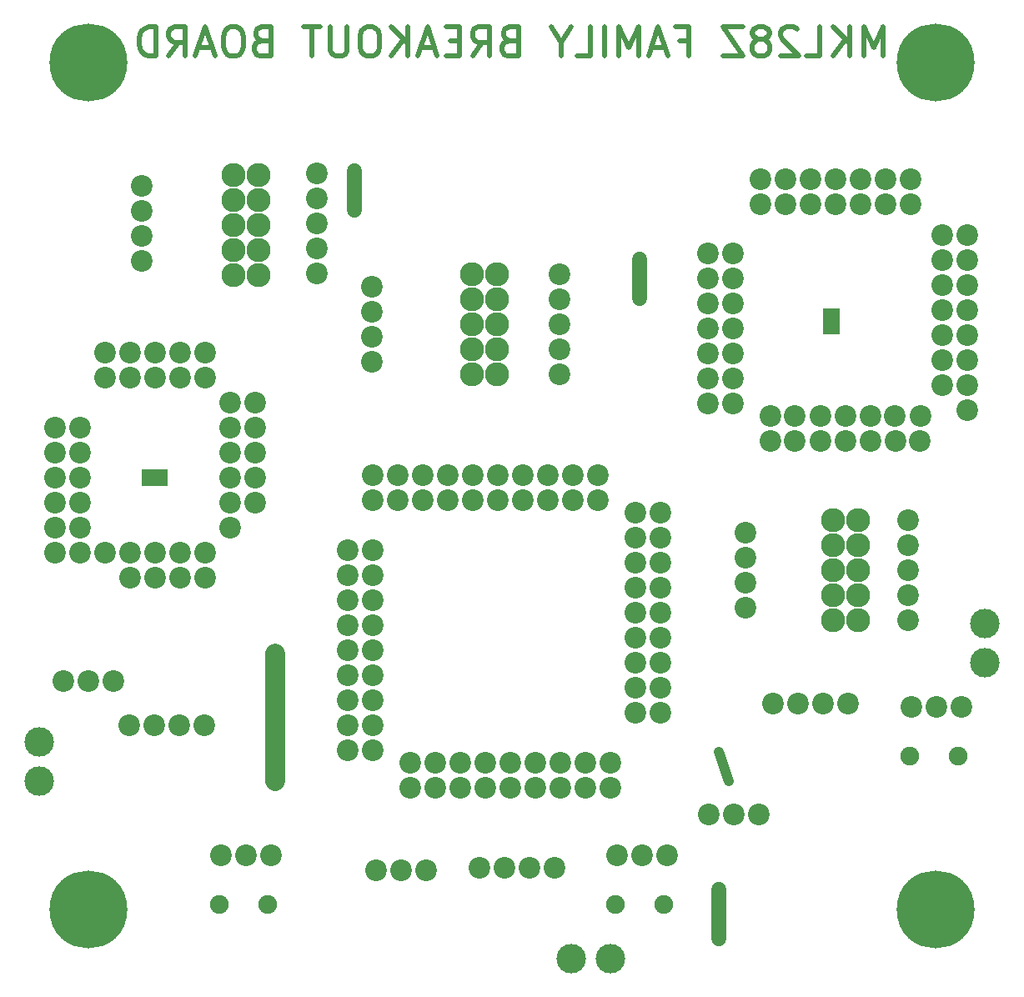
<source format=gbr>
G04 #@! TF.FileFunction,Soldermask,Bot*
%FSLAX46Y46*%
G04 Gerber Fmt 4.6, Leading zero omitted, Abs format (unit mm)*
G04 Created by KiCad (PCBNEW 4.0.7-e2-6376~58~ubuntu16.04.1) date Sun Apr 22 16:59:19 2018*
%MOMM*%
%LPD*%
G01*
G04 APERTURE LIST*
%ADD10C,0.100000*%
%ADD11C,0.500000*%
%ADD12C,1.500000*%
%ADD13C,1.000000*%
%ADD14C,2.000000*%
%ADD15C,3.000000*%
%ADD16C,7.900000*%
%ADD17C,2.200000*%
%ADD18C,1.900000*%
%ADD19C,2.440000*%
%ADD20R,1.670000X1.370000*%
%ADD21R,1.370000X1.670000*%
G04 APERTURE END LIST*
D10*
D11*
X187714285Y-46357143D02*
X187714285Y-43357143D01*
X186714285Y-45500000D01*
X185714285Y-43357143D01*
X185714285Y-46357143D01*
X184285714Y-46357143D02*
X184285714Y-43357143D01*
X182571429Y-46357143D02*
X183857143Y-44642857D01*
X182571429Y-43357143D02*
X184285714Y-45071429D01*
X179857143Y-46357143D02*
X181285714Y-46357143D01*
X181285714Y-43357143D01*
X179000000Y-43642857D02*
X178857143Y-43500000D01*
X178571429Y-43357143D01*
X177857143Y-43357143D01*
X177571429Y-43500000D01*
X177428572Y-43642857D01*
X177285715Y-43928571D01*
X177285715Y-44214286D01*
X177428572Y-44642857D01*
X179142858Y-46357143D01*
X177285715Y-46357143D01*
X175571429Y-44642857D02*
X175857143Y-44500000D01*
X176000000Y-44357143D01*
X176142857Y-44071429D01*
X176142857Y-43928571D01*
X176000000Y-43642857D01*
X175857143Y-43500000D01*
X175571429Y-43357143D01*
X175000000Y-43357143D01*
X174714286Y-43500000D01*
X174571429Y-43642857D01*
X174428572Y-43928571D01*
X174428572Y-44071429D01*
X174571429Y-44357143D01*
X174714286Y-44500000D01*
X175000000Y-44642857D01*
X175571429Y-44642857D01*
X175857143Y-44785714D01*
X176000000Y-44928571D01*
X176142857Y-45214286D01*
X176142857Y-45785714D01*
X176000000Y-46071429D01*
X175857143Y-46214286D01*
X175571429Y-46357143D01*
X175000000Y-46357143D01*
X174714286Y-46214286D01*
X174571429Y-46071429D01*
X174428572Y-45785714D01*
X174428572Y-45214286D01*
X174571429Y-44928571D01*
X174714286Y-44785714D01*
X175000000Y-44642857D01*
X173428572Y-43357143D02*
X171428572Y-43357143D01*
X173428572Y-46357143D01*
X171428572Y-46357143D01*
X167000000Y-44785714D02*
X168000000Y-44785714D01*
X168000000Y-46357143D02*
X168000000Y-43357143D01*
X166571429Y-43357143D01*
X165571428Y-45500000D02*
X164142857Y-45500000D01*
X165857143Y-46357143D02*
X164857143Y-43357143D01*
X163857143Y-46357143D01*
X162857142Y-46357143D02*
X162857142Y-43357143D01*
X161857142Y-45500000D01*
X160857142Y-43357143D01*
X160857142Y-46357143D01*
X159428571Y-46357143D02*
X159428571Y-43357143D01*
X156571429Y-46357143D02*
X158000000Y-46357143D01*
X158000000Y-43357143D01*
X155000001Y-44928571D02*
X155000001Y-46357143D01*
X156000001Y-43357143D02*
X155000001Y-44928571D01*
X154000001Y-43357143D01*
X149714286Y-44785714D02*
X149285715Y-44928571D01*
X149142858Y-45071429D01*
X149000001Y-45357143D01*
X149000001Y-45785714D01*
X149142858Y-46071429D01*
X149285715Y-46214286D01*
X149571429Y-46357143D01*
X150714286Y-46357143D01*
X150714286Y-43357143D01*
X149714286Y-43357143D01*
X149428572Y-43500000D01*
X149285715Y-43642857D01*
X149142858Y-43928571D01*
X149142858Y-44214286D01*
X149285715Y-44500000D01*
X149428572Y-44642857D01*
X149714286Y-44785714D01*
X150714286Y-44785714D01*
X146000001Y-46357143D02*
X147000001Y-44928571D01*
X147714286Y-46357143D02*
X147714286Y-43357143D01*
X146571429Y-43357143D01*
X146285715Y-43500000D01*
X146142858Y-43642857D01*
X146000001Y-43928571D01*
X146000001Y-44357143D01*
X146142858Y-44642857D01*
X146285715Y-44785714D01*
X146571429Y-44928571D01*
X147714286Y-44928571D01*
X144714286Y-44785714D02*
X143714286Y-44785714D01*
X143285715Y-46357143D02*
X144714286Y-46357143D01*
X144714286Y-43357143D01*
X143285715Y-43357143D01*
X142142857Y-45500000D02*
X140714286Y-45500000D01*
X142428572Y-46357143D02*
X141428572Y-43357143D01*
X140428572Y-46357143D01*
X139428571Y-46357143D02*
X139428571Y-43357143D01*
X137714286Y-46357143D02*
X139000000Y-44642857D01*
X137714286Y-43357143D02*
X139428571Y-45071429D01*
X135857143Y-43357143D02*
X135285714Y-43357143D01*
X135000000Y-43500000D01*
X134714286Y-43785714D01*
X134571428Y-44357143D01*
X134571428Y-45357143D01*
X134714286Y-45928571D01*
X135000000Y-46214286D01*
X135285714Y-46357143D01*
X135857143Y-46357143D01*
X136142857Y-46214286D01*
X136428571Y-45928571D01*
X136571428Y-45357143D01*
X136571428Y-44357143D01*
X136428571Y-43785714D01*
X136142857Y-43500000D01*
X135857143Y-43357143D01*
X133285714Y-43357143D02*
X133285714Y-45785714D01*
X133142857Y-46071429D01*
X133000000Y-46214286D01*
X132714286Y-46357143D01*
X132142857Y-46357143D01*
X131857143Y-46214286D01*
X131714286Y-46071429D01*
X131571429Y-45785714D01*
X131571429Y-43357143D01*
X130571429Y-43357143D02*
X128857143Y-43357143D01*
X129714286Y-46357143D02*
X129714286Y-43357143D01*
X124571429Y-44785714D02*
X124142858Y-44928571D01*
X124000001Y-45071429D01*
X123857144Y-45357143D01*
X123857144Y-45785714D01*
X124000001Y-46071429D01*
X124142858Y-46214286D01*
X124428572Y-46357143D01*
X125571429Y-46357143D01*
X125571429Y-43357143D01*
X124571429Y-43357143D01*
X124285715Y-43500000D01*
X124142858Y-43642857D01*
X124000001Y-43928571D01*
X124000001Y-44214286D01*
X124142858Y-44500000D01*
X124285715Y-44642857D01*
X124571429Y-44785714D01*
X125571429Y-44785714D01*
X122000001Y-43357143D02*
X121428572Y-43357143D01*
X121142858Y-43500000D01*
X120857144Y-43785714D01*
X120714286Y-44357143D01*
X120714286Y-45357143D01*
X120857144Y-45928571D01*
X121142858Y-46214286D01*
X121428572Y-46357143D01*
X122000001Y-46357143D01*
X122285715Y-46214286D01*
X122571429Y-45928571D01*
X122714286Y-45357143D01*
X122714286Y-44357143D01*
X122571429Y-43785714D01*
X122285715Y-43500000D01*
X122000001Y-43357143D01*
X119571429Y-45500000D02*
X118142858Y-45500000D01*
X119857144Y-46357143D02*
X118857144Y-43357143D01*
X117857144Y-46357143D01*
X115142858Y-46357143D02*
X116142858Y-44928571D01*
X116857143Y-46357143D02*
X116857143Y-43357143D01*
X115714286Y-43357143D01*
X115428572Y-43500000D01*
X115285715Y-43642857D01*
X115142858Y-43928571D01*
X115142858Y-44357143D01*
X115285715Y-44642857D01*
X115428572Y-44785714D01*
X115714286Y-44928571D01*
X116857143Y-44928571D01*
X113857143Y-46357143D02*
X113857143Y-43357143D01*
X113142858Y-43357143D01*
X112714286Y-43500000D01*
X112428572Y-43785714D01*
X112285715Y-44071429D01*
X112142858Y-44642857D01*
X112142858Y-45071429D01*
X112285715Y-45642857D01*
X112428572Y-45928571D01*
X112714286Y-46214286D01*
X113142858Y-46357143D01*
X113857143Y-46357143D01*
D12*
X171000000Y-131000000D02*
X171000000Y-136000000D01*
D13*
X171000000Y-117000000D02*
X172000000Y-120000000D01*
D12*
X163000000Y-67000000D02*
X163000000Y-71000000D01*
X134000000Y-58000000D02*
X134000000Y-62000000D01*
D14*
X126000000Y-107000000D02*
X126000000Y-120000000D01*
D15*
X198000000Y-104000000D03*
X160000000Y-138000000D03*
X102000000Y-116000000D03*
X198000000Y-108000000D03*
X156000000Y-138000000D03*
D16*
X192989200Y-132999480D03*
X107015280Y-132999480D03*
X192996820Y-46992540D03*
D17*
X190586360Y-112461040D03*
X193126360Y-112461040D03*
X195666360Y-112461040D03*
D18*
X190405360Y-117464840D03*
X195285360Y-117464840D03*
D17*
X179085240Y-112097820D03*
X176545240Y-112097820D03*
X181625240Y-112097820D03*
X184165240Y-112097820D03*
X175054260Y-123388120D03*
X169974260Y-123388120D03*
X172514260Y-123388120D03*
X136235440Y-129082800D03*
X138775440Y-129082800D03*
X141315440Y-129082800D03*
X154368500Y-128762760D03*
X146748500Y-128762760D03*
X151828500Y-128762760D03*
X149288500Y-128762760D03*
X165798500Y-127492760D03*
X160718500Y-127492760D03*
X163258500Y-127492760D03*
D18*
X160537500Y-132496560D03*
X165417500Y-132496560D03*
D17*
X169887900Y-66347340D03*
X172430440Y-66347340D03*
X103632000Y-94234000D03*
X106117405Y-94234000D03*
X162560000Y-110490000D03*
X158750000Y-88900000D03*
X140970000Y-91440000D03*
X140970000Y-88900000D03*
X160020000Y-120650000D03*
X165100000Y-92710000D03*
D19*
X182600600Y-93456760D03*
X185140600Y-93456760D03*
X182600600Y-95996760D03*
X185140600Y-95996760D03*
X182600600Y-98536760D03*
X185140600Y-98536760D03*
X182600600Y-101076760D03*
X185140600Y-101076760D03*
X182600600Y-103616760D03*
X185140600Y-103616760D03*
D20*
X182435500Y-73954480D03*
X182435500Y-72674480D03*
D19*
X121730524Y-58441198D03*
X124270524Y-58441198D03*
X121730524Y-60981198D03*
X124270524Y-60981198D03*
X121730524Y-63521198D03*
X124270524Y-63521198D03*
X121730524Y-66061198D03*
X124270524Y-66061198D03*
X121730524Y-68601198D03*
X124270524Y-68601198D03*
D21*
X114377405Y-89133798D03*
X113097405Y-89133798D03*
D19*
X145977892Y-68477856D03*
X148517892Y-68477856D03*
X145977892Y-71017856D03*
X148517892Y-71017856D03*
X145977892Y-73557856D03*
X148517892Y-73557856D03*
X145977892Y-76097856D03*
X148517892Y-76097856D03*
X145977892Y-78637856D03*
X148517892Y-78637856D03*
D18*
X120293740Y-132496560D03*
X125173740Y-132496560D03*
D17*
X109567980Y-109847380D03*
X104487980Y-109847380D03*
X113695480Y-114333020D03*
X111155480Y-114333020D03*
X120474740Y-127492760D03*
X125554740Y-127492760D03*
X116235480Y-114333020D03*
X123014740Y-127492760D03*
X107027980Y-109847380D03*
X190220600Y-98536760D03*
X190220600Y-101076760D03*
X190220600Y-95996760D03*
X190220600Y-103616760D03*
X190220600Y-93456760D03*
X173710600Y-94726760D03*
X173710600Y-99806760D03*
X173710600Y-102346760D03*
X172430440Y-81587340D03*
X172430440Y-71427340D03*
X169890440Y-81587340D03*
X169890440Y-76507340D03*
X172430440Y-76507340D03*
X181320440Y-82857340D03*
X193680080Y-69618580D03*
X181320440Y-85397340D03*
X196220080Y-69601080D03*
X183860440Y-82857340D03*
X193680080Y-67078580D03*
X183860440Y-85397340D03*
X196220080Y-67061080D03*
X186400440Y-82857340D03*
X190492380Y-61366400D03*
X190492380Y-58826400D03*
X187952380Y-61366400D03*
X187952380Y-58826400D03*
X188940440Y-85397340D03*
X193680080Y-79761080D03*
X196220080Y-79761080D03*
X193680080Y-77221080D03*
X196220080Y-77221080D03*
X185412380Y-61366400D03*
X193680080Y-74698580D03*
X185412380Y-58826400D03*
X196220080Y-74698580D03*
X182872380Y-61366400D03*
X193680080Y-72141080D03*
X182872380Y-58826400D03*
X196220080Y-72141080D03*
X180332380Y-61366400D03*
X180332380Y-58826400D03*
X177792380Y-61366400D03*
X177792380Y-58826400D03*
X169890440Y-68887340D03*
X172430440Y-68887340D03*
X169890440Y-73967340D03*
X172430440Y-73967340D03*
X178745440Y-82857340D03*
X178745440Y-85397340D03*
X176240440Y-82857340D03*
X176240440Y-85397340D03*
X169890440Y-71427340D03*
X196220080Y-82301080D03*
X188905440Y-82857340D03*
X172430440Y-79047340D03*
X169890440Y-79047340D03*
X130200524Y-63331198D03*
X130200524Y-65871198D03*
X130200524Y-60791198D03*
X130200524Y-68411198D03*
X130200524Y-58251198D03*
X116277405Y-99341299D03*
X123897405Y-84101299D03*
X116277405Y-96801299D03*
X112420524Y-59521198D03*
X112420524Y-64601198D03*
X112420524Y-67141198D03*
X112420524Y-62061198D03*
X121357405Y-91721299D03*
X123897405Y-89181299D03*
X113737405Y-79021299D03*
X121357405Y-89181299D03*
X111197405Y-76481299D03*
X123897405Y-86641299D03*
X111197405Y-79021299D03*
X121357405Y-86641299D03*
X103577405Y-84101299D03*
X106117405Y-86641299D03*
X103577405Y-86641299D03*
X106117405Y-89181299D03*
X118817405Y-76481299D03*
X118817405Y-79021299D03*
X116277405Y-76481299D03*
X116277405Y-79021299D03*
X113737405Y-76481299D03*
X103577405Y-89181299D03*
X106117405Y-91721299D03*
X103577405Y-91721299D03*
X111197405Y-96801299D03*
X113737405Y-99341299D03*
X108657405Y-96801299D03*
X123897405Y-91721299D03*
X113737405Y-96801299D03*
X106117405Y-84101299D03*
X111197405Y-99341299D03*
X121357405Y-94261299D03*
X154867892Y-73557856D03*
X154867892Y-76097856D03*
X154867892Y-71017856D03*
X154867892Y-78637856D03*
X154867892Y-68477856D03*
X135817892Y-69747856D03*
X135817892Y-74827856D03*
X135817892Y-77367856D03*
X160020000Y-118110000D03*
X162560000Y-105410000D03*
X135890000Y-114300000D03*
X165100000Y-97790000D03*
X162560000Y-97790000D03*
X151130000Y-88900000D03*
X133350000Y-109220000D03*
X151130000Y-91440000D03*
X135890000Y-109220000D03*
X148590000Y-88900000D03*
X133350000Y-111760000D03*
X148590000Y-91440000D03*
X135890000Y-111760000D03*
X146050000Y-88900000D03*
X139700000Y-118110000D03*
X146050000Y-91440000D03*
X139700000Y-120650000D03*
X143510000Y-88900000D03*
X142240000Y-118110000D03*
X143510000Y-91440000D03*
X142240000Y-120650000D03*
X138430000Y-91440000D03*
X144780000Y-118110000D03*
X133350000Y-96520000D03*
X144780000Y-120650000D03*
X135890000Y-96520000D03*
X147320000Y-118110000D03*
X147320000Y-120650000D03*
X133350000Y-99060000D03*
X135890000Y-99060000D03*
X149860000Y-118110000D03*
X133350000Y-101600000D03*
X149860000Y-120650000D03*
X135890000Y-101600000D03*
X152400000Y-118110000D03*
X133350000Y-104140000D03*
X152400000Y-120650000D03*
X135890000Y-104140000D03*
X154940000Y-118110000D03*
X133350000Y-106680000D03*
X154940000Y-120650000D03*
X135890000Y-106680000D03*
X157480000Y-118110000D03*
X157480000Y-120650000D03*
X165100000Y-107950000D03*
X162560000Y-107950000D03*
X165100000Y-113030000D03*
X162560000Y-113030000D03*
X165100000Y-102870000D03*
X162560000Y-102870000D03*
X165100000Y-100330000D03*
X162560000Y-100330000D03*
X153670000Y-88900000D03*
X153670000Y-91440000D03*
X158750000Y-91440000D03*
X156210000Y-88900000D03*
X165100000Y-105410000D03*
X156210000Y-91440000D03*
X133350000Y-114300000D03*
X162560000Y-95250000D03*
X165100000Y-95250000D03*
X173710600Y-97266760D03*
X175252380Y-61366400D03*
X193680080Y-64538580D03*
X191480440Y-82857340D03*
X175252380Y-58826400D03*
X186400440Y-85397340D03*
X191445440Y-85397340D03*
X196220080Y-64538580D03*
X121357405Y-81561299D03*
X118817405Y-96801299D03*
X106117405Y-96774000D03*
X108657405Y-79021299D03*
X103632000Y-96774000D03*
X108657405Y-76481299D03*
X118817405Y-99341299D03*
X123897405Y-81561299D03*
X135817892Y-72287856D03*
X162560000Y-92710000D03*
X135890000Y-91440000D03*
X135890000Y-116840000D03*
X165100000Y-110490000D03*
X138430000Y-88900000D03*
X135890000Y-88900000D03*
X133350000Y-116840000D03*
X121357405Y-84101299D03*
X118775480Y-114333020D03*
D16*
X107002580Y-47000160D03*
D15*
X102000000Y-120000000D03*
M02*

</source>
